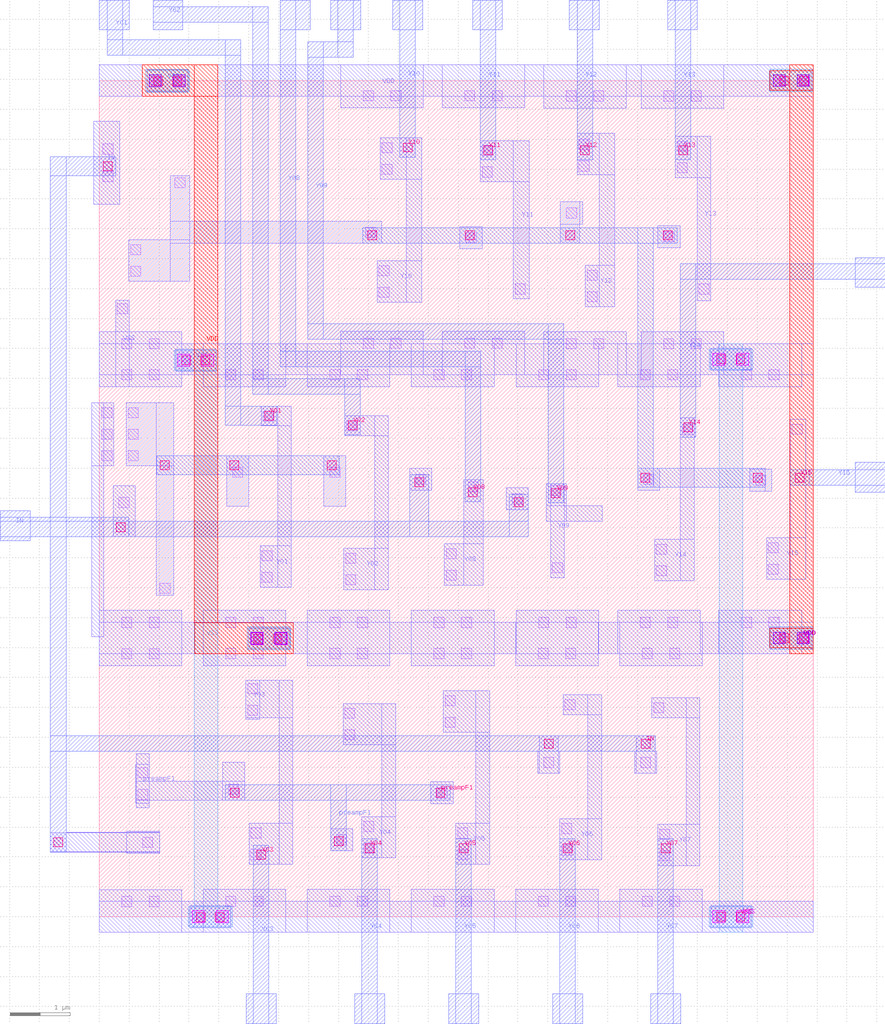
<source format=lef>
VERSION 5.8 ;
BUSBITCHARS "[]" ;
DIVIDERCHAR "/" ;

PROPERTYDEFINITIONS
  MACRO CatenaDesignType STRING ;
  MACRO oaTaper STRING ;
END PROPERTYDEFINITIONS

MACRO pre_therm
  CLASS CORE ;
  ORIGIN 0 0 ;
  FOREIGN pre_therm 0 0 ;
  SIZE 11.935 BY 13.98 ;
  SYMMETRY X Y ;
  SITE MACRO ;
  PIN Y01
    DIRECTION OUTPUT ;
    USE SIGNAL ;
    PORT
      LAYER met1 ;
        RECT 2.71 8.205 3.21 8.535 ;
        RECT 2.985 5.51 3.21 8.535 ;
        RECT 2.69 5.51 3.21 6.2 ;
      LAYER met2 ;
        RECT 2.105 8.215 2.97 8.535 ;
        RECT 0.135 14.4 2.365 14.66 ;
        RECT 2.105 8.215 2.365 14.66 ;
        RECT 0 14.825 0.5 15.325 ;
        RECT 0.135 14.4 0.395 15.325 ;
      LAYER via ;
        RECT 2.765 8.3 2.915 8.45 ;
    END
  END Y01
  PIN VDD
    DIRECTION INOUT ;
    USE POWER ;
    SHAPE ABUTMENT ;
    PORT
      LAYER met3 ;
        RECT 11.21 4.47 11.93 4.85 ;
        RECT 11.2 4.495 11.93 4.825 ;
        RECT 11.21 13.79 11.93 14.17 ;
        RECT 11.2 13.815 11.93 14.145 ;
        RECT 2.475 4.485 3.205 4.815 ;
        RECT 2.475 4.465 3.195 4.845 ;
        RECT 0.775 13.81 1.505 14.14 ;
        RECT 0.78 13.785 1.5 14.165 ;
      LAYER met1 ;
        RECT 0 4.4 11.935 4.92 ;
        RECT 10.36 4.4 11.74 5.12 ;
        RECT 8.7 4.2 10.08 4.92 ;
        RECT 8.665 4.4 10.045 5.12 ;
        RECT 6.97 4.4 8.35 5.12 ;
        RECT 6.96 4.2 8.34 4.92 ;
        RECT 5.22 4.2 6.6 5.12 ;
        RECT 3.48 4.2 4.86 5.12 ;
        RECT 1.74 4.2 3.12 5.12 ;
        RECT 0 4.195 1.38 5.12 ;
        RECT -0.125 7.54 0.245 8.59 ;
        RECT -0.125 4.68 0.075 8.59 ;
        RECT 0 13.72 11.935 14.24 ;
        RECT 7.43 13.715 10.44 14.24 ;
        RECT 9.06 13.52 10.44 14.24 ;
        RECT 7.43 13.52 8.81 14.24 ;
        RECT 5.735 13.525 7.115 14.24 ;
        RECT 4.04 13.525 5.42 14.24 ;
      LAYER met2 ;
        RECT 11.225 4.475 11.905 4.845 ;
        RECT 11.225 13.795 11.905 14.165 ;
        RECT 2.5 4.465 3.18 4.835 ;
        RECT 0.8 13.79 1.48 14.16 ;
      LAYER met4 ;
        RECT 11.545 4.4 11.935 14.24 ;
        RECT 11.205 13.815 11.935 14.145 ;
        RECT 11.205 4.495 11.935 4.825 ;
        RECT 1.595 4.4 3.24 4.915 ;
        RECT 0.715 13.72 1.98 14.24 ;
        RECT 1.59 4.915 1.98 14.24 ;
      LAYER via ;
        RECT 0.91 13.895 1.06 14.045 ;
        RECT 1.23 13.895 1.38 14.045 ;
        RECT 2.585 4.575 2.735 4.725 ;
        RECT 2.905 4.575 3.055 4.725 ;
        RECT 11.38 13.9 11.53 14.05 ;
        RECT 11.38 4.58 11.53 4.73 ;
        RECT 11.7 13.9 11.85 14.05 ;
        RECT 11.7 4.58 11.85 4.73 ;
      LAYER via2 ;
        RECT 0.84 13.875 1.04 14.075 ;
        RECT 1.24 13.875 1.44 14.075 ;
        RECT 2.54 4.55 2.74 4.75 ;
        RECT 2.94 4.55 3.14 4.75 ;
        RECT 11.265 13.88 11.465 14.08 ;
        RECT 11.265 4.56 11.465 4.76 ;
        RECT 11.665 13.88 11.865 14.08 ;
        RECT 11.665 4.56 11.865 4.76 ;
      LAYER via3 ;
        RECT 0.84 13.875 1.04 14.075 ;
        RECT 1.24 13.875 1.44 14.075 ;
        RECT 2.535 4.555 2.735 4.755 ;
        RECT 2.935 4.555 3.135 4.755 ;
        RECT 11.27 13.88 11.47 14.08 ;
        RECT 11.27 4.56 11.47 4.76 ;
        RECT 11.67 13.88 11.87 14.08 ;
        RECT 11.67 4.56 11.87 4.76 ;
    END
  END VDD
  PIN VSS
    DIRECTION INOUT ;
    USE GROUND ;
    SHAPE ABUTMENT ;
    PORT
      LAYER met3 ;
        RECT 10.195 9.155 10.925 9.485 ;
        RECT 10.195 -0.165 10.925 0.165 ;
        RECT 10.365 -0.26 10.755 9.58 ;
        RECT 1.49 -0.165 2.22 0.165 ;
        RECT 1.25 9.14 1.98 9.47 ;
        RECT 1.59 -0.165 1.98 9.47 ;
      LAYER met1 ;
        RECT 0 -0.26 11.935 0.26 ;
        RECT 8.7 -0.26 10.08 0.46 ;
        RECT 6.96 -0.26 8.34 0.46 ;
        RECT 5.22 -0.26 6.6 0.46 ;
        RECT 3.48 -0.26 4.86 0.46 ;
        RECT 1.74 -0.26 3.12 0.46 ;
        RECT 0 -0.26 1.38 0.455 ;
        RECT 0 9.06 11.935 9.58 ;
        RECT 10.36 8.86 11.74 9.58 ;
        RECT 9.06 9.06 10.44 9.78 ;
        RECT 8.665 8.86 10.045 9.58 ;
        RECT 7.43 9.06 8.81 9.78 ;
        RECT 6.97 8.86 8.35 9.58 ;
        RECT 5.735 9.06 7.115 9.785 ;
        RECT 5.22 8.86 6.6 9.58 ;
        RECT 4.04 9.06 5.42 9.785 ;
        RECT 3.48 8.86 4.86 9.58 ;
        RECT 1.74 8.86 3.12 9.58 ;
        RECT 0 8.86 1.38 9.78 ;
        RECT 0.275 8.86 0.505 10.31 ;
      LAYER met2 ;
        RECT 10.22 -0.185 10.9 0.185 ;
        RECT 10.22 9.135 10.9 9.505 ;
        RECT 1.515 -0.185 2.195 0.185 ;
        RECT 1.275 9.12 1.955 9.49 ;
      LAYER via ;
        RECT 1.38 9.225 1.53 9.375 ;
        RECT 1.62 -0.08 1.77 0.07 ;
        RECT 1.7 9.225 1.85 9.375 ;
        RECT 1.94 -0.08 2.09 0.07 ;
        RECT 10.325 9.245 10.475 9.395 ;
        RECT 10.325 -0.075 10.475 0.075 ;
        RECT 10.645 9.245 10.795 9.395 ;
        RECT 10.645 -0.075 10.795 0.075 ;
      LAYER via2 ;
        RECT 1.315 9.205 1.515 9.405 ;
        RECT 1.555 -0.1 1.755 0.1 ;
        RECT 1.715 9.205 1.915 9.405 ;
        RECT 1.955 -0.1 2.155 0.1 ;
        RECT 10.26 9.22 10.46 9.42 ;
        RECT 10.26 -0.1 10.46 0.1 ;
        RECT 10.66 9.22 10.86 9.42 ;
        RECT 10.66 -0.1 10.86 0.1 ;
    END
  END VSS
  PIN IN
    DIRECTION INPUT ;
    USE SIGNAL ;
    PORT
      LAYER met1 ;
        RECT 8.95 2.395 9.32 2.765 ;
        RECT 8.975 2.395 9.295 3.025 ;
        RECT 7.33 2.395 7.7 2.765 ;
        RECT 7.355 2.395 7.675 3.025 ;
        RECT 6.805 6.8 7.175 7.17 ;
        RECT 5.19 7.13 5.56 7.5 ;
        RECT 0.46 1.06 1.015 1.43 ;
        RECT -0.555 1.08 1.015 1.41 ;
        RECT -0.815 1.085 1.015 1.405 ;
        RECT 0.23 6.355 0.6 7.205 ;
        RECT -0.095 11.915 0.345 13.295 ;
      LAYER met2 ;
        RECT -0.815 2.765 9.295 3.025 ;
        RECT 6.855 6.355 7.175 7.06 ;
        RECT -1.655 6.355 7.175 6.61 ;
        RECT 5.19 6.355 5.51 7.39 ;
        RECT -1.655 6.355 0.49 6.675 ;
        RECT -0.815 12.385 0.275 12.705 ;
        RECT -0.815 1.08 -0.555 12.705 ;
        RECT -1.655 6.285 -1.155 6.785 ;
      LAYER via ;
        RECT -0.76 1.17 -0.61 1.32 ;
        RECT 0.07 12.47 0.22 12.62 ;
        RECT 0.285 6.44 0.435 6.59 ;
        RECT 5.275 7.185 5.425 7.335 ;
        RECT 6.94 6.855 7.09 7.005 ;
        RECT 7.44 2.82 7.59 2.97 ;
        RECT 9.06 2.82 9.21 2.97 ;
    END
  END IN
  PIN Y02
    DIRECTION OUTPUT ;
    USE SIGNAL ;
    PORT
      LAYER met1 ;
        RECT 4.105 8.045 4.835 8.375 ;
        RECT 4.605 5.47 4.835 8.375 ;
        RECT 4.09 5.47 4.835 6.16 ;
      LAYER met2 ;
        RECT 2.565 8.735 4.365 8.995 ;
        RECT 4.105 8.055 4.365 8.995 ;
        RECT 0.9 14.95 2.825 15.21 ;
        RECT 2.565 8.735 2.825 15.21 ;
        RECT 0.9 14.825 1.4 15.325 ;
      LAYER via ;
        RECT 4.16 8.14 4.31 8.29 ;
    END
  END Y02
  PIN preampF1
    DIRECTION OUTPUT ;
    USE SIGNAL ;
    PORT
      LAYER met1 ;
        RECT 5.545 1.885 5.915 2.255 ;
        RECT 3.87 1.105 4.24 1.475 ;
        RECT 2.065 1.945 2.435 2.585 ;
        RECT 0.61 1.945 2.435 2.265 ;
        RECT 0.615 1.825 0.84 2.725 ;
        RECT 0.61 1.9 0.84 2.55 ;
      LAYER met2 ;
        RECT 2.105 1.945 5.865 2.205 ;
        RECT 3.87 1.105 4.13 2.205 ;
      LAYER via ;
        RECT 2.19 2 2.34 2.15 ;
        RECT 3.925 1.19 4.075 1.34 ;
        RECT 5.63 2 5.78 2.15 ;
    END
  END preampF1
  PIN Y03
    DIRECTION OUTPUT ;
    USE SIGNAL ;
    PORT
      LAYER met1 ;
        RECT 2.45 3.33 3.235 3.955 ;
        RECT 3.005 0.875 3.235 3.955 ;
        RECT 2.505 0.875 3.235 1.565 ;
        RECT 2.45 3.305 2.68 3.955 ;
      LAYER met2 ;
        RECT 2.455 -1.785 2.955 -1.285 ;
        RECT 2.575 -1.785 2.835 1.195 ;
      LAYER via ;
        RECT 2.63 0.96 2.78 1.11 ;
    END
  END Y03
  PIN Y04
    DIRECTION OUTPUT ;
    USE SIGNAL ;
    PORT
      LAYER met1 ;
        RECT 4.075 2.875 4.955 3.565 ;
        RECT 4.725 0.985 4.955 3.565 ;
        RECT 4.39 0.985 4.955 1.675 ;
      LAYER met2 ;
        RECT 4.275 -1.785 4.775 -1.285 ;
        RECT 4.39 -1.785 4.65 1.305 ;
      LAYER via ;
        RECT 4.445 1.07 4.595 1.22 ;
    END
  END Y04
  PIN Y05
    DIRECTION OUTPUT ;
    USE SIGNAL ;
    PORT
      LAYER met1 ;
        RECT 5.755 3.085 6.525 3.775 ;
        RECT 6.295 0.875 6.525 3.775 ;
        RECT 5.96 0.875 6.525 1.565 ;
      LAYER met2 ;
        RECT 5.845 -1.785 6.345 -1.285 ;
        RECT 5.96 -1.785 6.22 1.305 ;
      LAYER via ;
        RECT 6.015 1.07 6.165 1.22 ;
    END
  END Y05
  PIN Y06
    DIRECTION OUTPUT ;
    USE SIGNAL ;
    PORT
      LAYER met1 ;
        RECT 7.755 3.38 8.4 3.71 ;
        RECT 8.17 0.95 8.4 3.71 ;
        RECT 7.7 0.95 8.4 1.64 ;
      LAYER met2 ;
        RECT 7.58 -1.785 8.08 -1.285 ;
        RECT 7.7 -1.785 7.96 1.305 ;
      LAYER via ;
        RECT 7.755 1.07 7.905 1.22 ;
    END
  END Y06
  PIN Y07
    DIRECTION OUTPUT ;
    USE SIGNAL ;
    PORT
      LAYER met1 ;
        RECT 9.24 3.33 10.04 3.66 ;
        RECT 9.81 0.855 10.04 3.66 ;
        RECT 9.34 0.855 10.04 1.545 ;
      LAYER met2 ;
        RECT 9.22 -1.785 9.72 -1.285 ;
        RECT 9.34 -1.785 9.6 1.305 ;
      LAYER via ;
        RECT 9.395 1.07 9.545 1.22 ;
    END
  END Y07
  PIN Y08
    DIRECTION OUTPUT ;
    USE SIGNAL ;
    PORT
      LAYER met1 ;
        RECT 6.09 5.545 6.42 7.305 ;
        RECT 5.77 5.545 6.42 6.235 ;
      LAYER met2 ;
        RECT 3.025 9.195 6.375 9.455 ;
        RECT 6.115 6.94 6.375 9.455 ;
        RECT 3.025 14.825 3.525 15.325 ;
        RECT 3.025 9.195 3.285 15.325 ;
      LAYER via ;
        RECT 6.17 7.025 6.32 7.175 ;
    END
  END Y08
  PIN Y09
    DIRECTION OUTPUT ;
    USE SIGNAL ;
    PORT
      LAYER met1 ;
        RECT 7.475 6.61 8.405 6.87 ;
        RECT 7.475 6.61 7.805 7.24 ;
        RECT 7.545 5.67 7.775 7.24 ;
      LAYER met2 ;
        RECT 3.485 9.655 7.765 9.915 ;
        RECT 7.505 6.92 7.765 9.915 ;
        RECT 3.87 14.825 4.37 15.325 ;
        RECT 3.99 14.365 4.25 15.325 ;
        RECT 3.485 14.365 4.25 14.625 ;
        RECT 3.485 9.655 3.745 14.625 ;
      LAYER via ;
        RECT 7.56 7.005 7.71 7.155 ;
    END
  END Y09
  PIN Y10
    DIRECTION OUTPUT ;
    USE SIGNAL ;
    PORT
      LAYER met1 ;
        RECT 4.695 12.33 5.395 13.02 ;
        RECT 5.135 10.275 5.395 13.02 ;
        RECT 4.645 10.275 5.395 10.965 ;
      LAYER met2 ;
        RECT 4.905 14.825 5.405 15.325 ;
        RECT 5.025 12.7 5.285 15.325 ;
      LAYER via ;
        RECT 5.08 12.785 5.23 12.935 ;
    END
  END Y10
  PIN Y11
    DIRECTION OUTPUT ;
    USE SIGNAL ;
    PORT
      LAYER met1 ;
        RECT 6.37 12.285 7.185 12.975 ;
        RECT 6.925 10.33 7.185 12.975 ;
      LAYER met2 ;
        RECT 6.24 14.825 6.74 15.325 ;
        RECT 6.37 12.655 6.63 15.325 ;
      LAYER via ;
        RECT 6.425 12.74 6.575 12.89 ;
    END
  END Y11
  PIN Y12
    DIRECTION OUTPUT ;
    USE SIGNAL ;
    PORT
      LAYER met1 ;
        RECT 7.99 12.405 8.615 13.095 ;
        RECT 8.355 10.2 8.615 13.095 ;
        RECT 8.125 10.2 8.615 10.89 ;
      LAYER met2 ;
        RECT 7.86 14.825 8.36 15.325 ;
        RECT 7.99 12.655 8.25 15.325 ;
      LAYER via ;
        RECT 8.045 12.74 8.195 12.89 ;
    END
  END Y12
  PIN Y13
    DIRECTION OUTPUT ;
    USE SIGNAL ;
    PORT
      LAYER met1 ;
        RECT 9.63 12.355 10.225 13.045 ;
        RECT 9.995 10.3 10.225 13.045 ;
      LAYER met2 ;
        RECT 9.5 14.825 10 15.325 ;
        RECT 9.63 12.655 9.89 15.325 ;
      LAYER via ;
        RECT 9.685 12.74 9.835 12.89 ;
    END
  END Y13
  PIN Y14
    DIRECTION OUTPUT ;
    USE SIGNAL ;
    PORT
      LAYER met1 ;
        RECT 9.715 8.02 9.975 8.34 ;
        RECT 9.715 5.62 9.945 8.34 ;
        RECT 9.285 5.62 9.945 6.31 ;
      LAYER met2 ;
        RECT 12.64 10.52 13.14 11.02 ;
        RECT 9.715 10.655 13.14 10.915 ;
        RECT 9.715 8.02 9.975 10.915 ;
      LAYER via ;
        RECT 9.77 8.105 9.92 8.255 ;
    END
  END Y14
  PIN Y15
    DIRECTION OUTPUT ;
    USE SIGNAL ;
    PORT
      LAYER met1 ;
        RECT 11.55 7.21 11.87 7.47 ;
        RECT 11.55 5.645 11.81 8.315 ;
        RECT 11.155 5.645 11.81 6.335 ;
      LAYER met2 ;
        RECT 12.64 7.1 13.14 7.6 ;
        RECT 11.55 7.21 13.14 7.47 ;
      LAYER via ;
        RECT 11.635 7.265 11.785 7.415 ;
    END
  END Y15
  OBS
    LAYER mcon ;
      RECT 11.58 8.065 11.75 8.235 ;
      RECT 11.195 4.835 11.365 5.005 ;
      RECT 11.195 8.975 11.365 9.145 ;
      RECT 11.185 5.725 11.355 5.895 ;
      RECT 11.185 6.085 11.355 6.255 ;
      RECT 10.975 7.21 11.145 7.38 ;
      RECT 10.735 4.835 10.905 5.005 ;
      RECT 10.735 8.975 10.905 9.145 ;
      RECT 10.025 10.41 10.195 10.58 ;
      RECT 9.895 9.495 10.065 9.665 ;
      RECT 9.895 13.635 10.065 13.805 ;
      RECT 9.745 8.06 9.915 8.23 ;
      RECT 9.66 12.435 9.83 12.605 ;
      RECT 9.66 12.795 9.83 12.965 ;
      RECT 9.535 0.175 9.705 0.345 ;
      RECT 9.535 4.315 9.705 4.485 ;
      RECT 9.5 4.835 9.67 5.005 ;
      RECT 9.5 8.975 9.67 9.145 ;
      RECT 9.44 11.285 9.61 11.455 ;
      RECT 9.435 9.495 9.605 9.665 ;
      RECT 9.435 13.635 9.605 13.805 ;
      RECT 9.37 0.935 9.54 1.105 ;
      RECT 9.37 1.295 9.54 1.465 ;
      RECT 9.315 5.7 9.485 5.87 ;
      RECT 9.315 6.06 9.485 6.23 ;
      RECT 9.27 3.41 9.44 3.58 ;
      RECT 9.1 7.23 9.27 7.4 ;
      RECT 9.075 0.175 9.245 0.345 ;
      RECT 9.075 4.315 9.245 4.485 ;
      RECT 9.05 2.495 9.22 2.665 ;
      RECT 9.04 4.835 9.21 5.005 ;
      RECT 9.04 8.975 9.21 9.145 ;
      RECT 8.265 9.495 8.435 9.665 ;
      RECT 8.265 13.635 8.435 13.805 ;
      RECT 8.155 10.28 8.325 10.45 ;
      RECT 8.155 10.64 8.325 10.81 ;
      RECT 8.02 12.465 8.19 12.635 ;
      RECT 8.02 12.825 8.19 12.995 ;
      RECT 7.81 11.68 7.98 11.85 ;
      RECT 7.805 4.835 7.975 5.005 ;
      RECT 7.805 8.975 7.975 9.145 ;
      RECT 7.805 9.495 7.975 9.665 ;
      RECT 7.805 13.635 7.975 13.805 ;
      RECT 7.795 0.175 7.965 0.345 ;
      RECT 7.795 4.315 7.965 4.485 ;
      RECT 7.785 3.46 7.955 3.63 ;
      RECT 7.73 1.03 7.9 1.2 ;
      RECT 7.73 1.39 7.9 1.56 ;
      RECT 7.575 5.75 7.745 5.92 ;
      RECT 7.555 7.04 7.725 7.21 ;
      RECT 7.43 2.495 7.6 2.665 ;
      RECT 7.345 4.835 7.515 5.005 ;
      RECT 7.345 8.975 7.515 9.145 ;
      RECT 7.335 0.175 7.505 0.345 ;
      RECT 7.335 4.315 7.505 4.485 ;
      RECT 6.955 10.41 7.125 10.58 ;
      RECT 6.905 6.9 7.075 7.07 ;
      RECT 6.57 9.5 6.74 9.67 ;
      RECT 6.57 13.64 6.74 13.81 ;
      RECT 6.4 12.365 6.57 12.535 ;
      RECT 6.4 12.725 6.57 12.895 ;
      RECT 6.17 7.105 6.34 7.275 ;
      RECT 6.13 11.265 6.3 11.435 ;
      RECT 6.11 9.5 6.28 9.67 ;
      RECT 6.11 13.64 6.28 13.81 ;
      RECT 6.055 0.175 6.225 0.345 ;
      RECT 6.055 4.315 6.225 4.485 ;
      RECT 6.055 4.835 6.225 5.005 ;
      RECT 6.055 8.975 6.225 9.145 ;
      RECT 5.99 0.955 6.16 1.125 ;
      RECT 5.99 1.315 6.16 1.485 ;
      RECT 5.8 5.625 5.97 5.795 ;
      RECT 5.8 5.985 5.97 6.155 ;
      RECT 5.785 3.165 5.955 3.335 ;
      RECT 5.785 3.525 5.955 3.695 ;
      RECT 5.645 1.985 5.815 2.155 ;
      RECT 5.595 0.175 5.765 0.345 ;
      RECT 5.595 4.315 5.765 4.485 ;
      RECT 5.595 4.835 5.765 5.005 ;
      RECT 5.595 8.975 5.765 9.145 ;
      RECT 5.29 7.23 5.46 7.4 ;
      RECT 4.875 9.5 5.045 9.67 ;
      RECT 4.875 13.64 5.045 13.81 ;
      RECT 4.725 12.41 4.895 12.58 ;
      RECT 4.725 12.77 4.895 12.94 ;
      RECT 4.675 10.355 4.845 10.525 ;
      RECT 4.675 10.715 4.845 10.885 ;
      RECT 4.455 11.36 4.625 11.53 ;
      RECT 4.42 1.065 4.59 1.235 ;
      RECT 4.42 1.425 4.59 1.595 ;
      RECT 4.415 9.5 4.585 9.67 ;
      RECT 4.415 13.64 4.585 13.81 ;
      RECT 4.315 0.175 4.485 0.345 ;
      RECT 4.315 4.315 4.485 4.485 ;
      RECT 4.315 4.835 4.485 5.005 ;
      RECT 4.315 8.975 4.485 9.145 ;
      RECT 4.135 8.125 4.305 8.295 ;
      RECT 4.12 5.55 4.29 5.72 ;
      RECT 4.12 5.91 4.29 6.08 ;
      RECT 4.105 2.955 4.275 3.125 ;
      RECT 4.105 3.315 4.275 3.485 ;
      RECT 3.97 1.205 4.14 1.375 ;
      RECT 3.855 0.175 4.025 0.345 ;
      RECT 3.855 4.315 4.025 4.485 ;
      RECT 3.855 4.835 4.025 5.005 ;
      RECT 3.855 7.345 4.025 7.515 ;
      RECT 3.855 8.975 4.025 9.145 ;
      RECT 2.74 8.28 2.91 8.45 ;
      RECT 2.72 5.59 2.89 5.76 ;
      RECT 2.72 5.95 2.89 6.12 ;
      RECT 2.575 0.175 2.745 0.345 ;
      RECT 2.575 4.315 2.745 4.485 ;
      RECT 2.575 4.835 2.745 5.005 ;
      RECT 2.575 8.975 2.745 9.145 ;
      RECT 2.535 0.955 2.705 1.125 ;
      RECT 2.535 1.315 2.705 1.485 ;
      RECT 2.48 3.365 2.65 3.535 ;
      RECT 2.48 3.725 2.65 3.895 ;
      RECT 2.23 7.345 2.4 7.515 ;
      RECT 2.165 2.045 2.335 2.215 ;
      RECT 2.115 0.175 2.285 0.345 ;
      RECT 2.115 4.315 2.285 4.485 ;
      RECT 2.115 4.835 2.285 5.005 ;
      RECT 2.115 8.975 2.285 9.145 ;
      RECT 1.265 12.185 1.435 12.355 ;
      RECT 1.015 5.405 1.185 5.575 ;
      RECT 0.835 0.17 1.005 0.34 ;
      RECT 0.835 4.31 1.005 4.48 ;
      RECT 0.835 4.835 1.005 5.005 ;
      RECT 0.835 8.975 1.005 9.145 ;
      RECT 0.835 9.495 1.005 9.665 ;
      RECT 0.725 1.16 0.895 1.33 ;
      RECT 0.64 1.96 0.81 2.13 ;
      RECT 0.64 2.32 0.81 2.49 ;
      RECT 0.525 10.705 0.695 10.875 ;
      RECT 0.525 11.065 0.695 11.235 ;
      RECT 0.485 7.62 0.655 7.79 ;
      RECT 0.485 7.98 0.655 8.15 ;
      RECT 0.485 8.34 0.655 8.51 ;
      RECT 0.375 0.17 0.545 0.34 ;
      RECT 0.375 4.31 0.545 4.48 ;
      RECT 0.375 4.835 0.545 5.005 ;
      RECT 0.375 8.975 0.545 9.145 ;
      RECT 0.375 9.495 0.545 9.665 ;
      RECT 0.33 6.84 0.5 7.01 ;
      RECT 0.305 10.08 0.475 10.25 ;
      RECT 0.06 12.29 0.23 12.46 ;
      RECT 0.06 12.75 0.23 12.92 ;
      RECT 0.045 7.62 0.215 7.79 ;
      RECT 0.045 7.98 0.215 8.15 ;
      RECT 0.045 8.34 0.215 8.51 ;
    LAYER met1 ;
      RECT 10.875 7.11 11.135 7.5 ;
      RECT 10.875 7.11 11.245 7.48 ;
      RECT 7.71 11.58 8.08 11.95 ;
      RECT 7.71 11.26 8.03 11.95 ;
      RECT 1.185 10.625 1.515 12.385 ;
      RECT 1.185 11.26 4.725 11.63 ;
      RECT 0.495 10.625 1.515 11.315 ;
      RECT 0.455 7.54 1.245 8.59 ;
      RECT 0.955 5.375 1.245 8.59 ;
      RECT 9.34 11.185 9.71 11.555 ;
      RECT 9 7.13 9.37 7.5 ;
      RECT 6.03 11.165 6.4 11.535 ;
      RECT 3.755 6.86 4.125 7.71 ;
      RECT 2.13 6.86 2.5 7.71 ;
    LAYER via ;
      RECT 10.93 7.265 11.08 7.415 ;
      RECT 9.425 11.315 9.575 11.465 ;
      RECT 9.055 7.265 9.205 7.415 ;
      RECT 7.795 11.315 7.945 11.465 ;
      RECT 6.115 11.315 6.265 11.465 ;
      RECT 4.49 11.315 4.64 11.465 ;
      RECT 3.81 7.475 3.96 7.625 ;
      RECT 2.185 7.475 2.335 7.625 ;
      RECT 1.02 7.475 1.17 7.625 ;
    LAYER met2 ;
      RECT 4.405 11.26 9.66 11.52 ;
      RECT 9 7.18 9.26 11.52 ;
      RECT 9 7.18 11.135 7.5 ;
      RECT 0.965 7.39 4.015 7.71 ;
  END
  PROPERTY CatenaDesignType "deviceLevel" ;
  PROPERTY oaTaper "virtuosoDefaultSetup" ;
END pre_therm

END LIBRARY

</source>
